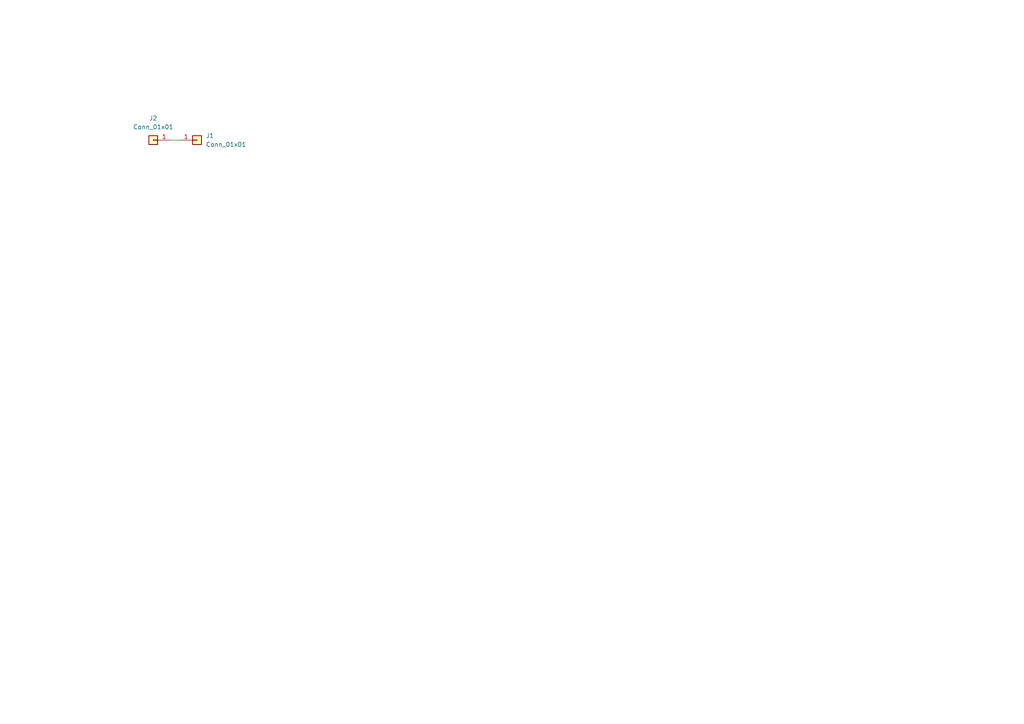
<source format=kicad_sch>
(kicad_sch (version 20231120) (generator "eeschema") (generator_version "8.0")
  (paper "A4")
  (lib_symbols
    (symbol "Connector_Generic:Conn_01x01" (pin_names (offset 1.016) hide)
      (property "Reference" "J" (at 0 2.54 0))
      (property "Value" "Conn_01x01" (at 0 -2.54 0))
      (symbol "Conn_01x01_1_1"
        (rectangle (start -1.27 0.127) (end 0 -0.127) (stroke (width 0.1524)))
        (rectangle (start -1.27 1.27) (end 1.27 -1.27) (stroke (width 0.254)) (fill (type background)))
        (pin passive line (at -5.08 0 0) (length 3.81) (name "Pin_1") (number "1"))
      )
    )
  )
  (wire (pts (xy 49.53 40.64) (xy 52.07 40.64)))
  (symbol (lib_id "Connector_Generic:Conn_01x01") (at 44.45 40.64 180) (unit 1)
    (property "Reference" "J2" (at 44.45 34.29 0))
    (property "Value" "Conn_01x01" (at 44.45 36.83 0))
    (property "Footprint" "Connector_Wire:SolderWire-1.5sqmm_1x01_D1.7mm_OD3.9mm" (effects (hide yes)))
    (property "Description" "Generic connector, single row, 01x01, script generated (kicad-library-utils/schlib/autogen/connector/)" (effects (hide yes)))
  )
  (symbol (lib_id "Connector_Generic:Conn_01x01") (at 57.15 40.64 0) (unit 1)
    (property "Reference" "J1" (at 59.69 39.3699 0) (effects (justify left)))
    (property "Value" "Conn_01x01" (at 59.69 41.9099 0) (effects (justify left)))
    (property "Footprint" "Connector_Wire:SolderWire-1.5sqmm_1x01_D1.7mm_OD3.9mm" (effects (hide yes)))
    (property "Description" "Generic connector, single row, 01x01, script generated (kicad-library-utils/schlib/autogen/connector/)" (effects (hide yes)))
  )
)
</source>
